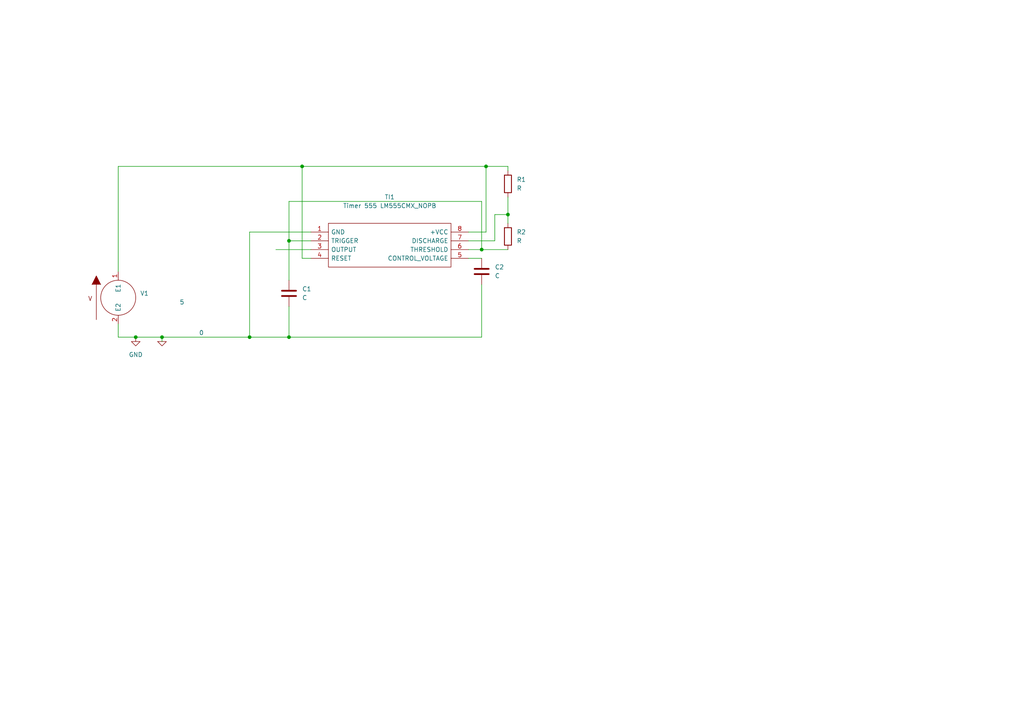
<source format=kicad_sch>
(kicad_sch (version 20211123) (generator eeschema)
  (paper "A4")
  (lib_symbols
    (symbol "Device:C" (pin_numbers hide) (pin_names (offset 0.254))
      (property "Reference" "C" (at 0.635 2.54 0))
      (property "Value" "C" (at 0.635 -2.54 0))
      (symbol "C_0_1"
        (polyline (pts (xy -2.032 -0.762) (xy 2.032 -0.762)) (stroke (width 0.508)))
        (polyline (pts (xy -2.032 0.762) (xy 2.032 0.762)) (stroke (width 0.508)))
      )
      (symbol "C_1_1"
        (pin passive line (at 0 3.81 270) (length 2.794) (name "~") (number "1"))
        (pin passive line (at 0 -3.81 90) (length 2.794) (name "~") (number "2"))
      )
    )
    (symbol "Device:R" (pin_numbers hide) (pin_names (offset 0))
      (property "Reference" "R" (at 2.032 0 90))
      (property "Value" "R" (at 0 0 90))
      (symbol "R_0_1"
        (rectangle (start -1.016 -2.54) (end 1.016 2.54) (stroke (width 0.254)))
      )
      (symbol "R_1_1"
        (pin passive line (at 0 3.81 270) (length 1.27) (name "~") (number "1"))
        (pin passive line (at 0 -3.81 90) (length 1.27) (name "~") (number "2"))
      )
    )
    (symbol "EPSA_lib:Timer 555 LM555CMX_NOPB" (pin_names (offset 0.762))
      (property "Reference" "TI" (at 55.88 10.16 0))
      (property "Value" "Timer 555 LM555CMX_NOPB" (at 55.88 5.08 0))
      (property "Spice_Lib_File" "${EPSA}\\SpiceModel\\555_TLC555.lib" (at 55.88 12.7 0))
      (symbol "Timer 555 LM555CMX_NOPB_0_0"
        (pin passive line (at 0 0 0) (length 5.08) (name "GND") (number "1"))
        (pin passive line (at 0 -2.54 0) (length 5.08) (name "TRIGGER") (number "2"))
        (pin passive line (at 0 -5.08 0) (length 5.08) (name "OUTPUT") (number "3"))
        (pin passive line (at 0 -7.62 0) (length 5.08) (name "RESET") (number "4"))
        (pin passive line (at 45.72 -7.62 180) (length 5.08) (name "CONTROL_VOLTAGE") (number "5"))
        (pin passive line (at 45.72 -5.08 180) (length 5.08) (name "THRESHOLD") (number "6"))
        (pin passive line (at 45.72 -2.54 180) (length 5.08) (name "DISCHARGE") (number "7"))
        (pin passive line (at 45.72 0 180) (length 5.08) (name "+VCC") (number "8"))
      )
      (symbol "Timer 555 LM555CMX_NOPB_0_1"
        (polyline (pts (xy 5.08 2.54) (xy 40.64 2.54) (xy 40.64 -10.16) (xy 5.08 -10.16) (xy 5.08 2.54)) (stroke (width 0.1524)))
      )
    )
    (symbol "power:GND" (power) (pin_names (offset 0))
      (property "Value" "GND" (at 0 -3.81 0))
      (symbol "GND_0_1"
        (polyline (pts (xy 0 0) (xy 0 -1.27) (xy 1.27 -1.27) (xy 0 -2.54) (xy -1.27 -1.27) (xy 0 -1.27)))
      )
      (symbol "GND_1_1"
        (pin power_in line (at 0 0 270) (length 0) hide (name "GND") (number "1"))
      )
    )
    (symbol "pspice:0" (power) (pin_names (offset 0))
      (property "Value" "0" (at 0 -1.778 0))
      (symbol "0_0_1"
        (polyline (pts (xy -1.27 0) (xy 0 -1.27) (xy 1.27 0) (xy -1.27 0)))
      )
      (symbol "0_1_1"
        (pin power_in line (at 0 0 0) (length 0) hide (name "0") (number "1"))
      )
    )
    (symbol "pspice:VSOURCE" (pin_names (offset 1.016))
      (property "Reference" "V" (at -6.35 7.62 0))
      (property "Value" "VSOURCE" (at 0 0 0))
      (symbol "VSOURCE_0_1"
        (polyline (pts (xy -6.35 -6.35) (xy -6.35 3.81)) (fill (type outline)))
        (polyline (pts (xy -7.62 3.81) (xy -6.35 6.35) (xy -5.08 3.81)) (fill (type outline)))
        (circle (center 0 0) (radius 5.08))
        (text "V" (at -8.128 -0.254 0) (effects (font (size 1.27 1.27))))
      )
      (symbol "VSOURCE_1_1"
        (pin input line (at 0 7.62 270) (length 2.54) (name "E1") (number "1"))
        (pin input line (at 0 -7.62 90) (length 2.54) (name "E2") (number "2"))
      )
    )
  )
  (junction (at 139.7 72.39))
  (junction (at 46.99 97.79))
  (junction (at 83.82 97.79))
  (junction (at 72.39 97.79))
  (junction (at 87.63 48.26))
  (junction (at 140.97 48.26))
  (junction (at 83.82 69.85))
  (junction (at 147.32 62.23))
  (junction (at 39.37 97.79))
  (wire (pts (xy 34.29 93.98) (xy 34.29 97.79)))
  (wire (pts (xy 147.32 57.15) (xy 147.32 62.23)))
  (wire (pts (xy 139.7 72.39) (xy 147.32 72.39)))
  (wire (pts (xy 46.99 97.79) (xy 46.99 99.06)))
  (wire (pts (xy 72.39 97.79) (xy 83.82 97.79)))
  (wire (pts (xy 147.32 62.23) (xy 147.32 64.77)))
  (wire (pts (xy 34.29 97.79) (xy 39.37 97.79)))
  (wire (pts (xy 87.63 48.26) (xy 87.63 74.93)))
  (wire (pts (xy 90.17 74.93) (xy 87.63 74.93)))
  (wire (pts (xy 83.82 69.85) (xy 90.17 69.85)))
  (wire (pts (xy 72.39 67.31) (xy 72.39 97.79)))
  (wire (pts (xy 139.7 58.42) (xy 83.82 58.42)))
  (wire (pts (xy 83.82 88.9) (xy 83.82 97.79)))
  (wire (pts (xy 34.29 48.26) (xy 34.29 78.74)))
  (wire (pts (xy 140.97 48.26) (xy 147.32 48.26)))
  (wire (pts (xy 135.89 69.85) (xy 143.51 69.85)))
  (wire (pts (xy 140.97 48.26) (xy 140.97 67.31)))
  (wire (pts (xy 139.7 72.39) (xy 139.7 58.42)))
  (wire (pts (xy 83.82 97.79) (xy 139.7 97.79)))
  (wire (pts (xy 83.82 58.42) (xy 83.82 69.85)))
  (wire (pts (xy 34.29 48.26) (xy 87.63 48.26)))
  (wire (pts (xy 135.89 72.39) (xy 139.7 72.39)))
  (wire (pts (xy 87.63 48.26) (xy 140.97 48.26)))
  (wire (pts (xy 90.17 67.31) (xy 72.39 67.31)))
  (wire (pts (xy 135.89 74.93) (xy 139.7 74.93)))
  (wire (pts (xy 39.37 97.79) (xy 46.99 97.79)))
  (wire (pts (xy 147.32 48.26) (xy 147.32 49.53)))
  (wire (pts (xy 143.51 69.85) (xy 143.51 62.23)))
  (wire (pts (xy 46.99 97.79) (xy 72.39 97.79)))
  (wire (pts (xy 83.82 69.85) (xy 83.82 81.28)))
  (wire (pts (xy 139.7 82.55) (xy 139.7 97.79)))
  (wire (pts (xy 140.97 67.31) (xy 135.89 67.31)))
  (wire (pts (xy 143.51 62.23) (xy 147.32 62.23)))
  (wire (pts (xy 80.01 72.39) (xy 90.17 72.39)))
  (symbol (lib_id "Device:R") (at 147.32 53.34 0) (unit 1)
    (property "Reference" "R1" (at 149.86 52.0699 0) (effects (justify left)))
    (property "Value" "R" (at 149.86 54.6099 0) (effects (justify left)))
    (property "Spice_Primitive" "R" (effects hide))
    (property "Spice_Model" "100k" (effects hide))
    (property "Spice_Netlist_Enabled" "Y" (effects hide))
  )
  (symbol (lib_id "Device:R") (at 147.32 68.58 0) (unit 1)
    (property "Reference" "R2" (at 149.86 67.3099 0) (effects (justify left)))
    (property "Value" "R" (at 149.86 69.8499 0) (effects (justify left)))
    (property "Spice_Primitive" "R" (effects hide))
    (property "Spice_Model" "100k" (effects hide))
    (property "Spice_Netlist_Enabled" "Y" (effects hide))
  )
  (symbol (lib_id "EPSA_lib:Timer 555 LM555CMX_NOPB") (at 90.17 67.31 0) (unit 1)
    (property "Reference" "TI1" (at 113.03 57.15 0))
    (property "Value" "Timer 555 LM555CMX_NOPB" (at 113.03 59.69 0))
    (property "Footprint" "SOIC127P600X175-8N" (effects hide))
    (property "Datasheet" "http://www.ti.com/lit/ds/symlink/lm555.pdf" (effects hide))
    (property "Description" "Highly stable 555 timer for generating accurate time delays and oscillation" (effects hide))
    (property "Height" "1.75" (effects hide))
    (property "Manufacturer_Name" "Texas Instruments" (effects hide))
    (property "Manufacturer_Part_Number" "LM555CMX/NOPB" (effects hide))
    (property "Mouser Part Number" "926-LM555CMX/NOPB" (effects hide))
    (property "Mouser Price/Stock" "https://www.mouser.co.uk/ProductDetail/Texas-Instruments/LM555CMX-NOPB?qs=QbsRYf82W3GHnQuoL%2FmIoA%3D%3D" (effects hide))
    (property "Arrow Part Number" "LM555CMX/NOPB" (effects hide))
    (property "Arrow Price/Stock" "https://www.arrow.com/en/products/lm555cmxnopb/texas-instruments?region=nac" (effects hide))
    (property "Spice_Primitive" "X" (effects hide))
    (property "Spice_Model" "TLC555" (effects hide))
    (property "Spice_Netlist_Enabled" "Y" (effects hide))
    (property "Spice_Lib_File" "${EPSA}\\SpiceModel\\555_TLC555.lib" (at 113.03 62.23 0))
    (property "Spice_Node_Sequence" "6,5,2,4,3,7,8,1" (effects hide))
  )
  (symbol (lib_id "pspice:0") (at 46.99 99.06 0) (unit 1)
    (property "Reference" "#GND01" (effects hide))
    (property "Value" "0" (at 58.42 96.52 0))
  )
  (symbol (lib_id "Device:C") (at 139.7 78.74 0) (unit 1)
    (property "Reference" "C2" (at 143.51 77.4699 0) (effects (justify left)))
    (property "Value" "C" (at 143.51 80.0099 0) (effects (justify left)))
    (property "Spice_Primitive" "C" (effects hide))
    (property "Spice_Model" "0.01u" (effects hide))
    (property "Spice_Netlist_Enabled" "Y" (effects hide))
  )
  (symbol (lib_id "pspice:VSOURCE") (at 34.29 86.36 0) (unit 1)
    (property "Reference" "V1" (at 40.64 85.0899 0) (effects (justify left)))
    (property "Value" "VSOURCE" (at 52.07 87.6299 0) (effects (justify left)))
    (property "Spice_Primitive" "V" (effects hide))
    (property "Spice_Model" "dc 5" (effects hide))
    (property "Spice_Netlist_Enabled" "Y" (effects hide))
  )
  (symbol (lib_id "Device:C") (at 83.82 85.09 0) (unit 1)
    (property "Reference" "C1" (at 87.63 83.8199 0) (effects (justify left)))
    (property "Value" "C" (at 87.63 86.3599 0) (effects (justify left)))
    (property "Spice_Primitive" "C" (effects hide))
    (property "Spice_Model" "5u" (effects hide))
    (property "Spice_Netlist_Enabled" "Y" (effects hide))
  )
  (symbol (lib_id "power:GND") (at 39.37 97.79 0) (unit 1)
    (property "Reference" "#PWR01" (effects hide))
    (property "Value" "GND" (at 39.37 102.87 0))
  )
)
</source>
